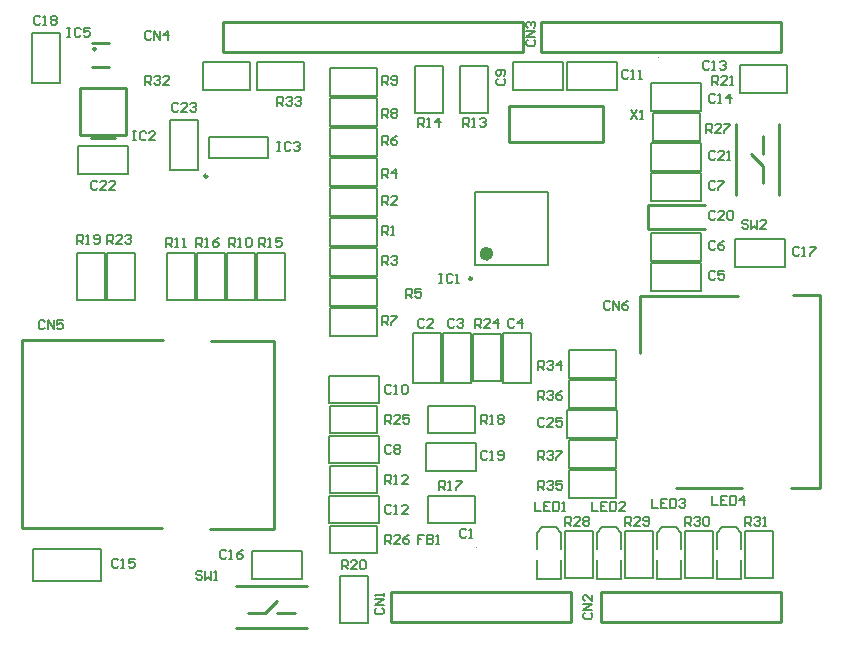
<source format=gto>
G04 Layer_Color=65535*
%FSLAX25Y25*%
%MOIN*%
G70*
G01*
G75*
%ADD31C,0.01000*%
%ADD32C,0.00600*%
%ADD50C,0.00394*%
%ADD51C,0.00984*%
%ADD52C,0.02362*%
%ADD53C,0.00787*%
D31*
X26425Y195968D02*
G03*
X26425Y195968I-394J0D01*
G01*
X255000Y195000D02*
Y205000D01*
X175000Y195000D02*
X255000D01*
X175000D02*
Y205000D01*
X255000D01*
X169000Y195000D02*
Y205000D01*
X69000Y195000D02*
X169000D01*
X69000D02*
Y205000D01*
X169000D01*
X210500Y136000D02*
X229500D01*
X210500D02*
Y144000D01*
X229500D01*
X164094Y165094D02*
Y176906D01*
X195591D01*
Y165094D02*
Y176906D01*
X164094Y165094D02*
X195591D01*
X83031Y8032D02*
X86968Y11969D01*
Y8032D02*
X92874D01*
X77126D02*
X83031D01*
X73189Y17087D02*
X96811D01*
X73189Y2913D02*
X96811D01*
X220000Y49600D02*
X242000D01*
X258100D02*
X258101Y49601D01*
X267741D01*
X267740Y49602D02*
X267741Y49601D01*
X267740Y49602D02*
Y113800D01*
X259000D02*
X267740D01*
X240441Y113759D02*
X240500Y113700D01*
X207900Y113759D02*
X240441D01*
X207900Y94500D02*
Y113759D01*
X125000Y5000D02*
X185000D01*
X125000D02*
Y15000D01*
X185000Y5000D02*
Y15000D01*
X125000D02*
X185000D01*
X195000Y5000D02*
X255000D01*
X195000D02*
Y15000D01*
X255000Y5000D02*
Y15000D01*
X195000D02*
X255000D01*
X245031Y160968D02*
X248969Y157032D01*
Y160968D02*
Y166874D01*
Y151126D02*
Y157032D01*
X239913Y147189D02*
Y170811D01*
X254087Y147189D02*
Y170811D01*
X25244Y197937D02*
X30756D01*
X25244Y190063D02*
X30756D01*
X25063Y166339D02*
X32937D01*
X21126Y167126D02*
Y182874D01*
Y167126D02*
X36480D01*
Y182874D01*
X21126D02*
X36480D01*
X85764Y36004D02*
X86000Y36240D01*
X64685Y36004D02*
X85764D01*
X1748Y36240D02*
X48701D01*
X1748Y98760D02*
X1984Y98996D01*
X48937D01*
X64921Y98760D02*
X86000D01*
X1748Y36240D02*
Y98760D01*
X86000Y36240D02*
Y98760D01*
D32*
X39600Y112200D02*
Y127800D01*
X30400Y112200D02*
Y127800D01*
X39600D01*
X30400Y112200D02*
X39600D01*
X29600D02*
Y127800D01*
X20400Y112200D02*
Y127800D01*
X29600D01*
X20400Y112200D02*
X29600D01*
X69600D02*
Y127800D01*
X60400Y112200D02*
Y127800D01*
X69600D01*
X60400Y112200D02*
X69600D01*
X59600D02*
Y127800D01*
X50400Y112200D02*
Y127800D01*
X59600D01*
X50400Y112200D02*
X59600D01*
X89600D02*
Y127800D01*
X80400Y112200D02*
Y127800D01*
X89600D01*
X80400Y112200D02*
X89600D01*
X79600D02*
Y127800D01*
X70400Y112200D02*
Y127800D01*
X79600D01*
X70400Y112200D02*
X79600D01*
X120800Y77900D02*
Y87100D01*
X104200Y77900D02*
Y87100D01*
Y77900D02*
X120800D01*
X104200Y87100D02*
X120800D01*
X104700Y67900D02*
X120300D01*
X104700Y77100D02*
X120300D01*
Y67900D02*
Y77100D01*
X104700Y67900D02*
Y77100D01*
Y47900D02*
X120300D01*
X104700Y57100D02*
X120300D01*
Y47900D02*
Y57100D01*
X104700Y47900D02*
Y57100D01*
X120800Y37900D02*
Y47100D01*
X104200Y37900D02*
Y47100D01*
Y37900D02*
X120800D01*
X104200Y47100D02*
X120800D01*
X104700Y27900D02*
X120300D01*
X104700Y37100D02*
X120300D01*
Y27900D02*
Y37100D01*
X104700Y27900D02*
Y37100D01*
X137200Y67900D02*
X152800D01*
X137200Y77100D02*
X152800D01*
Y67900D02*
Y77100D01*
X137200Y67900D02*
Y77100D01*
X142400Y101300D02*
X151600D01*
X142400Y84700D02*
X151600D01*
Y101300D01*
X142400Y84700D02*
Y101300D01*
X162400D02*
X171600D01*
X162400Y84700D02*
X171600D01*
Y101300D01*
X162400Y84700D02*
Y101300D01*
X211700Y115400D02*
Y124600D01*
X228300Y115400D02*
Y124600D01*
X211700D02*
X228300D01*
X211700Y115400D02*
X228300D01*
X211700Y125400D02*
Y134600D01*
X228300Y125400D02*
Y134600D01*
X211700D02*
X228300D01*
X211700Y125400D02*
X228300D01*
X211700Y155400D02*
Y164600D01*
X228300Y155400D02*
Y164600D01*
X211700D02*
X228300D01*
X211700Y155400D02*
X228300D01*
X212200Y174600D02*
X227800D01*
X212200Y165400D02*
X227800D01*
X212200D02*
Y174600D01*
X227800Y165400D02*
Y174600D01*
X182300Y182400D02*
Y191600D01*
X165700Y182400D02*
Y191600D01*
Y182400D02*
X182300D01*
X165700Y191600D02*
X182300D01*
X183700Y182400D02*
Y191600D01*
X200300Y182400D02*
Y191600D01*
X183700D02*
X200300D01*
X183700Y182400D02*
X200300D01*
X104700Y180400D02*
X120300D01*
X104700Y189600D02*
X120300D01*
Y180400D02*
Y189600D01*
X104700Y180400D02*
Y189600D01*
Y170400D02*
X120300D01*
X104700Y179600D02*
X120300D01*
Y170400D02*
Y179600D01*
X104700Y170400D02*
Y179600D01*
Y160400D02*
X120300D01*
X104700Y169600D02*
X120300D01*
Y160400D02*
Y169600D01*
X104700Y160400D02*
Y169600D01*
Y150400D02*
X120300D01*
X104700Y159600D02*
X120300D01*
Y150400D02*
Y159600D01*
X104700Y150400D02*
Y159600D01*
Y140400D02*
X120300D01*
X104700Y149600D02*
X120300D01*
Y140400D02*
Y149600D01*
X104700Y140400D02*
Y149600D01*
Y130400D02*
X120300D01*
X104700Y139600D02*
X120300D01*
Y130400D02*
Y139600D01*
X104700Y130400D02*
Y139600D01*
Y120400D02*
X120300D01*
X104700Y129600D02*
X120300D01*
Y120400D02*
Y129600D01*
X104700Y120400D02*
Y129600D01*
Y110400D02*
X120300D01*
X104700Y119600D02*
X120300D01*
Y110400D02*
Y119600D01*
X104700Y110400D02*
Y119600D01*
Y100400D02*
X120300D01*
X104700Y109600D02*
X120300D01*
Y100400D02*
Y109600D01*
X104700Y100400D02*
Y109600D01*
X5700Y18700D02*
Y29300D01*
X28300Y18700D02*
Y29300D01*
X5700D02*
X28300D01*
X5700Y18700D02*
X28300D01*
X95300Y19400D02*
Y28600D01*
X78700Y19400D02*
Y28600D01*
Y19400D02*
X95300D01*
X78700Y28600D02*
X95300D01*
X117100Y4700D02*
Y20300D01*
X107900Y4700D02*
Y20300D01*
X117100D01*
X107900Y4700D02*
X117100D01*
X184200Y55600D02*
X199800D01*
X184200Y46400D02*
X199800D01*
X184200D02*
Y55600D01*
X199800Y46400D02*
Y55600D01*
X184200Y85600D02*
X199800D01*
X184200Y76400D02*
X199800D01*
X184200D02*
Y85600D01*
X199800Y76400D02*
Y85600D01*
X184200Y65600D02*
X199800D01*
X184200Y56400D02*
X199800D01*
X184200D02*
Y65600D01*
X199800Y56400D02*
Y65600D01*
X184200Y95600D02*
X199800D01*
X184200Y86400D02*
X199800D01*
X184200D02*
Y95600D01*
X199800Y86400D02*
Y95600D01*
X200300Y66400D02*
Y75600D01*
X183700Y66400D02*
Y75600D01*
Y66400D02*
X200300D01*
X183700Y75600D02*
X200300D01*
X211700Y145400D02*
Y154600D01*
X228300Y145400D02*
Y154600D01*
X211700D02*
X228300D01*
X211700Y145400D02*
X228300D01*
X211700Y175400D02*
Y184600D01*
X228300Y175400D02*
Y184600D01*
X211700D02*
X228300D01*
X211700Y175400D02*
X228300D01*
X132900Y174700D02*
Y190300D01*
X142100Y174700D02*
Y190300D01*
X132900Y174700D02*
X142100D01*
X132900Y190300D02*
X142100D01*
X120800Y57900D02*
Y67100D01*
X104200Y57900D02*
Y67100D01*
Y57900D02*
X120800D01*
X104200Y67100D02*
X120800D01*
X136700Y55400D02*
Y64600D01*
X153300Y55400D02*
Y64600D01*
X136700D02*
X153300D01*
X136700Y55400D02*
X153300D01*
X147900Y174700D02*
Y190300D01*
X157100Y174700D02*
Y190300D01*
X147900Y174700D02*
X157100D01*
X147900Y190300D02*
X157100D01*
X132400Y101300D02*
X141600D01*
X132400Y84700D02*
X141600D01*
Y101300D01*
X132400Y84700D02*
Y101300D01*
X161600Y85200D02*
Y100800D01*
X152400Y85200D02*
Y100800D01*
X161600D01*
X152400Y85200D02*
X161600D01*
X192100Y19700D02*
Y35300D01*
X182900Y19700D02*
Y35300D01*
X192100D01*
X182900Y19700D02*
X192100D01*
X202900D02*
Y35300D01*
X212100Y19700D02*
Y35300D01*
X202900Y19700D02*
X212100D01*
X202900Y35300D02*
X212100D01*
X222900Y19700D02*
Y35300D01*
X232100Y19700D02*
Y35300D01*
X222900Y19700D02*
X232100D01*
X222900Y35300D02*
X232100D01*
X242900Y19700D02*
Y35300D01*
X252100Y19700D02*
Y35300D01*
X242900Y19700D02*
X252100D01*
X242900Y35300D02*
X252100D01*
X241200Y181400D02*
X256800D01*
X241200Y190600D02*
X256800D01*
Y181400D02*
Y190600D01*
X241200Y181400D02*
Y190600D01*
X239700Y123400D02*
Y132600D01*
X256300Y123400D02*
Y132600D01*
X239700D02*
X256300D01*
X239700Y123400D02*
X256300D01*
X5400Y184700D02*
X14600D01*
X5400Y201300D02*
X14600D01*
X5400Y184700D02*
Y201300D01*
X14600Y184700D02*
Y201300D01*
X37300Y154400D02*
Y163600D01*
X20700Y154400D02*
Y163600D01*
Y154400D02*
X37300D01*
X20700Y163600D02*
X37300D01*
X62200Y191600D02*
X77800D01*
X62200Y182400D02*
X77800D01*
X62200D02*
Y191600D01*
X77800Y182400D02*
Y191600D01*
X80200Y182400D02*
X95800D01*
X80200Y191600D02*
X95800D01*
Y182400D02*
Y191600D01*
X80200Y182400D02*
Y191600D01*
X51400Y172300D02*
X60600D01*
X51400Y155700D02*
X60600D01*
Y172300D01*
X51400Y155700D02*
Y172300D01*
X137200Y37900D02*
X152800D01*
X137200Y47100D02*
X152800D01*
Y37900D02*
Y47100D01*
X137200Y37900D02*
Y47100D01*
X120001Y9499D02*
X119501Y8999D01*
Y8000D01*
X120001Y7500D01*
X122000D01*
X122500Y8000D01*
Y8999D01*
X122000Y9499D01*
X122500Y10499D02*
X119501D01*
X122500Y12498D01*
X119501D01*
X122500Y13498D02*
Y14498D01*
Y13998D01*
X119501D01*
X120001Y13498D01*
X44999Y201499D02*
X44499Y201999D01*
X43500D01*
X43000Y201499D01*
Y199500D01*
X43500Y199000D01*
X44499D01*
X44999Y199500D01*
X45999Y199000D02*
Y201999D01*
X47998Y199000D01*
Y201999D01*
X50498Y199000D02*
Y201999D01*
X48998Y200500D01*
X50997D01*
X189501Y7999D02*
X189001Y7500D01*
Y6500D01*
X189501Y6000D01*
X191500D01*
X192000Y6500D01*
Y7500D01*
X191500Y7999D01*
X192000Y8999D02*
X189001D01*
X192000Y10998D01*
X189001D01*
X192000Y13997D02*
Y11998D01*
X190001Y13997D01*
X189501D01*
X189001Y13498D01*
Y12498D01*
X189501Y11998D01*
X170501Y198999D02*
X170001Y198500D01*
Y197500D01*
X170501Y197000D01*
X172500D01*
X173000Y197500D01*
Y198500D01*
X172500Y198999D01*
X173000Y199999D02*
X170001D01*
X173000Y201998D01*
X170001D01*
X170501Y202998D02*
X170001Y203498D01*
Y204498D01*
X170501Y204997D01*
X171001D01*
X171501Y204498D01*
Y203998D01*
Y204498D01*
X172000Y204997D01*
X172500D01*
X173000Y204498D01*
Y203498D01*
X172500Y202998D01*
X149999Y35499D02*
X149499Y35999D01*
X148500D01*
X148000Y35499D01*
Y33500D01*
X148500Y33000D01*
X149499D01*
X149999Y33500D01*
X150999Y33000D02*
X151999D01*
X151499D01*
Y35999D01*
X150999Y35499D01*
X135999Y105499D02*
X135500Y105999D01*
X134500D01*
X134000Y105499D01*
Y103500D01*
X134500Y103000D01*
X135500D01*
X135999Y103500D01*
X138998Y103000D02*
X136999D01*
X138998Y104999D01*
Y105499D01*
X138499Y105999D01*
X137499D01*
X136999Y105499D01*
X145999D02*
X145500Y105999D01*
X144500D01*
X144000Y105499D01*
Y103500D01*
X144500Y103000D01*
X145500D01*
X145999Y103500D01*
X146999Y105499D02*
X147499Y105999D01*
X148499D01*
X148998Y105499D01*
Y104999D01*
X148499Y104499D01*
X147999D01*
X148499D01*
X148998Y104000D01*
Y103500D01*
X148499Y103000D01*
X147499D01*
X146999Y103500D01*
X165999Y105499D02*
X165499Y105999D01*
X164500D01*
X164000Y105499D01*
Y103500D01*
X164500Y103000D01*
X165499D01*
X165999Y103500D01*
X168499Y103000D02*
Y105999D01*
X166999Y104499D01*
X168998D01*
X232999Y121499D02*
X232500Y121999D01*
X231500D01*
X231000Y121499D01*
Y119500D01*
X231500Y119000D01*
X232500D01*
X232999Y119500D01*
X235998Y121999D02*
X233999D01*
Y120500D01*
X234999Y120999D01*
X235498D01*
X235998Y120500D01*
Y119500D01*
X235498Y119000D01*
X234499D01*
X233999Y119500D01*
X232999Y131499D02*
X232500Y131999D01*
X231500D01*
X231000Y131499D01*
Y129500D01*
X231500Y129000D01*
X232500D01*
X232999Y129500D01*
X235998Y131999D02*
X234999Y131499D01*
X233999Y130499D01*
Y129500D01*
X234499Y129000D01*
X235498D01*
X235998Y129500D01*
Y130000D01*
X235498Y130499D01*
X233999D01*
X232999Y151499D02*
X232500Y151999D01*
X231500D01*
X231000Y151499D01*
Y149500D01*
X231500Y149000D01*
X232500D01*
X232999Y149500D01*
X233999Y151999D02*
X235998D01*
Y151499D01*
X233999Y149500D01*
Y149000D01*
X124999Y63499D02*
X124499Y63999D01*
X123500D01*
X123000Y63499D01*
Y61500D01*
X123500Y61000D01*
X124499D01*
X124999Y61500D01*
X125999Y63499D02*
X126499Y63999D01*
X127499D01*
X127998Y63499D01*
Y62999D01*
X127499Y62499D01*
X127998Y62000D01*
Y61500D01*
X127499Y61000D01*
X126499D01*
X125999Y61500D01*
Y62000D01*
X126499Y62499D01*
X125999Y62999D01*
Y63499D01*
X126499Y62499D02*
X127499D01*
X160501Y185999D02*
X160001Y185500D01*
Y184500D01*
X160501Y184000D01*
X162500D01*
X163000Y184500D01*
Y185500D01*
X162500Y185999D01*
Y186999D02*
X163000Y187499D01*
Y188499D01*
X162500Y188998D01*
X160501D01*
X160001Y188499D01*
Y187499D01*
X160501Y186999D01*
X161001D01*
X161501Y187499D01*
Y188998D01*
X124999Y83499D02*
X124499Y83999D01*
X123500D01*
X123000Y83499D01*
Y81500D01*
X123500Y81000D01*
X124499D01*
X124999Y81500D01*
X125999Y81000D02*
X126999D01*
X126499D01*
Y83999D01*
X125999Y83499D01*
X128498D02*
X128998Y83999D01*
X129998D01*
X130498Y83499D01*
Y81500D01*
X129998Y81000D01*
X128998D01*
X128498Y81500D01*
Y83499D01*
X203999Y188499D02*
X203500Y188999D01*
X202500D01*
X202000Y188499D01*
Y186500D01*
X202500Y186000D01*
X203500D01*
X203999Y186500D01*
X204999Y186000D02*
X205999D01*
X205499D01*
Y188999D01*
X204999Y188499D01*
X207498Y186000D02*
X208498D01*
X207998D01*
Y188999D01*
X207498Y188499D01*
X124999Y43499D02*
X124499Y43999D01*
X123500D01*
X123000Y43499D01*
Y41500D01*
X123500Y41000D01*
X124499D01*
X124999Y41500D01*
X125999Y41000D02*
X126999D01*
X126499D01*
Y43999D01*
X125999Y43499D01*
X130498Y41000D02*
X128498D01*
X130498Y42999D01*
Y43499D01*
X129998Y43999D01*
X128998D01*
X128498Y43499D01*
X230999Y191499D02*
X230500Y191999D01*
X229500D01*
X229000Y191499D01*
Y189500D01*
X229500Y189000D01*
X230500D01*
X230999Y189500D01*
X231999Y189000D02*
X232999D01*
X232499D01*
Y191999D01*
X231999Y191499D01*
X234498D02*
X234998Y191999D01*
X235998D01*
X236498Y191499D01*
Y190999D01*
X235998Y190499D01*
X235498D01*
X235998D01*
X236498Y190000D01*
Y189500D01*
X235998Y189000D01*
X234998D01*
X234498Y189500D01*
X232999Y180499D02*
X232500Y180999D01*
X231500D01*
X231000Y180499D01*
Y178500D01*
X231500Y178000D01*
X232500D01*
X232999Y178500D01*
X233999Y178000D02*
X234999D01*
X234499D01*
Y180999D01*
X233999Y180499D01*
X237998Y178000D02*
Y180999D01*
X236498Y179499D01*
X238498D01*
X33999Y25499D02*
X33500Y25999D01*
X32500D01*
X32000Y25499D01*
Y23500D01*
X32500Y23000D01*
X33500D01*
X33999Y23500D01*
X34999Y23000D02*
X35999D01*
X35499D01*
Y25999D01*
X34999Y25499D01*
X39498Y25999D02*
X37498D01*
Y24499D01*
X38498Y24999D01*
X38998D01*
X39498Y24499D01*
Y23500D01*
X38998Y23000D01*
X37998D01*
X37498Y23500D01*
X69999Y28499D02*
X69499Y28999D01*
X68500D01*
X68000Y28499D01*
Y26500D01*
X68500Y26000D01*
X69499D01*
X69999Y26500D01*
X70999Y26000D02*
X71999D01*
X71499D01*
Y28999D01*
X70999Y28499D01*
X75498Y28999D02*
X74498Y28499D01*
X73498Y27499D01*
Y26500D01*
X73998Y26000D01*
X74998D01*
X75498Y26500D01*
Y27000D01*
X74998Y27499D01*
X73498D01*
X260999Y129499D02*
X260500Y129999D01*
X259500D01*
X259000Y129499D01*
Y127500D01*
X259500Y127000D01*
X260500D01*
X260999Y127500D01*
X261999Y127000D02*
X262999D01*
X262499D01*
Y129999D01*
X261999Y129499D01*
X264498Y129999D02*
X266498D01*
Y129499D01*
X264498Y127500D01*
Y127000D01*
X156999Y61499D02*
X156500Y61999D01*
X155500D01*
X155000Y61499D01*
Y59500D01*
X155500Y59000D01*
X156500D01*
X156999Y59500D01*
X157999Y59000D02*
X158999D01*
X158499D01*
Y61999D01*
X157999Y61499D01*
X160498Y59500D02*
X160998Y59000D01*
X161998D01*
X162498Y59500D01*
Y61499D01*
X161998Y61999D01*
X160998D01*
X160498Y61499D01*
Y60999D01*
X160998Y60500D01*
X162498D01*
X232999Y141499D02*
X232500Y141999D01*
X231500D01*
X231000Y141499D01*
Y139500D01*
X231500Y139000D01*
X232500D01*
X232999Y139500D01*
X235998Y139000D02*
X233999D01*
X235998Y140999D01*
Y141499D01*
X235498Y141999D01*
X234499D01*
X233999Y141499D01*
X236998D02*
X237498Y141999D01*
X238498D01*
X238997Y141499D01*
Y139500D01*
X238498Y139000D01*
X237498D01*
X236998Y139500D01*
Y141499D01*
X232999Y161499D02*
X232500Y161999D01*
X231500D01*
X231000Y161499D01*
Y159500D01*
X231500Y159000D01*
X232500D01*
X232999Y159500D01*
X235998Y159000D02*
X233999D01*
X235998Y160999D01*
Y161499D01*
X235498Y161999D01*
X234499D01*
X233999Y161499D01*
X236998Y159000D02*
X237998D01*
X237498D01*
Y161999D01*
X236998Y161499D01*
X26999Y151499D02*
X26500Y151999D01*
X25500D01*
X25000Y151499D01*
Y149500D01*
X25500Y149000D01*
X26500D01*
X26999Y149500D01*
X29998Y149000D02*
X27999D01*
X29998Y150999D01*
Y151499D01*
X29499Y151999D01*
X28499D01*
X27999Y151499D01*
X32997Y149000D02*
X30998D01*
X32997Y150999D01*
Y151499D01*
X32498Y151999D01*
X31498D01*
X30998Y151499D01*
X53999Y177499D02*
X53500Y177999D01*
X52500D01*
X52000Y177499D01*
Y175500D01*
X52500Y175000D01*
X53500D01*
X53999Y175500D01*
X56998Y175000D02*
X54999D01*
X56998Y176999D01*
Y177499D01*
X56499Y177999D01*
X55499D01*
X54999Y177499D01*
X57998D02*
X58498Y177999D01*
X59498D01*
X59997Y177499D01*
Y176999D01*
X59498Y176499D01*
X58998D01*
X59498D01*
X59997Y176000D01*
Y175500D01*
X59498Y175000D01*
X58498D01*
X57998Y175500D01*
X175999Y72499D02*
X175499Y72999D01*
X174500D01*
X174000Y72499D01*
Y70500D01*
X174500Y70000D01*
X175499D01*
X175999Y70500D01*
X178998Y70000D02*
X176999D01*
X178998Y71999D01*
Y72499D01*
X178499Y72999D01*
X177499D01*
X176999Y72499D01*
X181997Y72999D02*
X179998D01*
Y71500D01*
X180998Y71999D01*
X181498D01*
X181997Y71500D01*
Y70500D01*
X181498Y70000D01*
X180498D01*
X179998Y70500D01*
X9499Y104999D02*
X8999Y105499D01*
X8000D01*
X7500Y104999D01*
Y103000D01*
X8000Y102500D01*
X8999D01*
X9499Y103000D01*
X10499Y102500D02*
Y105499D01*
X12498Y102500D01*
Y105499D01*
X15497D02*
X13498D01*
Y103999D01*
X14498Y104499D01*
X14998D01*
X15497Y103999D01*
Y103000D01*
X14998Y102500D01*
X13998D01*
X13498Y103000D01*
X197999Y111499D02*
X197500Y111999D01*
X196500D01*
X196000Y111499D01*
Y109500D01*
X196500Y109000D01*
X197500D01*
X197999Y109500D01*
X198999Y109000D02*
Y111999D01*
X200998Y109000D01*
Y111999D01*
X203997D02*
X202998Y111499D01*
X201998Y110500D01*
Y109500D01*
X202498Y109000D01*
X203498D01*
X203997Y109500D01*
Y110000D01*
X203498Y110500D01*
X201998D01*
X135999Y33999D02*
X134000D01*
Y32500D01*
X135000D01*
X134000D01*
Y31000D01*
X136999Y33999D02*
Y31000D01*
X138499D01*
X138998Y31500D01*
Y32000D01*
X138499Y32500D01*
X136999D01*
X138499D01*
X138998Y32999D01*
Y33499D01*
X138499Y33999D01*
X136999D01*
X139998Y31000D02*
X140998D01*
X140498D01*
Y33999D01*
X139998Y33499D01*
X141000Y120999D02*
X142000D01*
X141500D01*
Y118000D01*
X141000D01*
X142000D01*
X145499Y120499D02*
X144999Y120999D01*
X143999D01*
X143499Y120499D01*
Y118500D01*
X143999Y118000D01*
X144999D01*
X145499Y118500D01*
X146498Y118000D02*
X147498D01*
X146998D01*
Y120999D01*
X146498Y120499D01*
X38878Y168464D02*
X39878D01*
X39378D01*
Y165465D01*
X38878D01*
X39878D01*
X43377Y167964D02*
X42877Y168464D01*
X41877D01*
X41378Y167964D01*
Y165964D01*
X41877Y165465D01*
X42877D01*
X43377Y165964D01*
X46376Y165465D02*
X44377D01*
X46376Y167464D01*
Y167964D01*
X45876Y168464D01*
X44877D01*
X44377Y167964D01*
X87000Y164999D02*
X88000D01*
X87500D01*
Y162000D01*
X87000D01*
X88000D01*
X91499Y164499D02*
X90999Y164999D01*
X89999D01*
X89499Y164499D01*
Y162500D01*
X89999Y162000D01*
X90999D01*
X91499Y162500D01*
X92498Y164499D02*
X92998Y164999D01*
X93998D01*
X94498Y164499D01*
Y163999D01*
X93998Y163499D01*
X93498D01*
X93998D01*
X94498Y163000D01*
Y162500D01*
X93998Y162000D01*
X92998D01*
X92498Y162500D01*
X173000Y44999D02*
Y42000D01*
X174999D01*
X177998Y44999D02*
X175999D01*
Y42000D01*
X177998D01*
X175999Y43499D02*
X176999D01*
X178998Y44999D02*
Y42000D01*
X180498D01*
X180997Y42500D01*
Y44499D01*
X180498Y44999D01*
X178998D01*
X181997Y42000D02*
X182997D01*
X182497D01*
Y44999D01*
X181997Y44499D01*
X192000Y44999D02*
Y42000D01*
X193999D01*
X196998Y44999D02*
X194999D01*
Y42000D01*
X196998D01*
X194999Y43499D02*
X195999D01*
X197998Y44999D02*
Y42000D01*
X199498D01*
X199997Y42500D01*
Y44499D01*
X199498Y44999D01*
X197998D01*
X202996Y42000D02*
X200997D01*
X202996Y43999D01*
Y44499D01*
X202497Y44999D01*
X201497D01*
X200997Y44499D01*
X212000Y45999D02*
Y43000D01*
X213999D01*
X216998Y45999D02*
X214999D01*
Y43000D01*
X216998D01*
X214999Y44499D02*
X215999D01*
X217998Y45999D02*
Y43000D01*
X219498D01*
X219997Y43500D01*
Y45499D01*
X219498Y45999D01*
X217998D01*
X220997Y45499D02*
X221497Y45999D01*
X222497D01*
X222996Y45499D01*
Y44999D01*
X222497Y44499D01*
X221997D01*
X222497D01*
X222996Y44000D01*
Y43500D01*
X222497Y43000D01*
X221497D01*
X220997Y43500D01*
X232000Y46999D02*
Y44000D01*
X233999D01*
X236998Y46999D02*
X234999D01*
Y44000D01*
X236998D01*
X234999Y45500D02*
X235999D01*
X237998Y46999D02*
Y44000D01*
X239498D01*
X239997Y44500D01*
Y46499D01*
X239498Y46999D01*
X237998D01*
X242497Y44000D02*
Y46999D01*
X240997Y45500D01*
X242996D01*
X122000Y134000D02*
Y136999D01*
X123500D01*
X123999Y136499D01*
Y135500D01*
X123500Y135000D01*
X122000D01*
X123000D02*
X123999Y134000D01*
X124999D02*
X125999D01*
X125499D01*
Y136999D01*
X124999Y136499D01*
X122000Y144000D02*
Y146999D01*
X123500D01*
X123999Y146499D01*
Y145500D01*
X123500Y145000D01*
X122000D01*
X123000D02*
X123999Y144000D01*
X126998D02*
X124999D01*
X126998Y145999D01*
Y146499D01*
X126499Y146999D01*
X125499D01*
X124999Y146499D01*
X122000Y124000D02*
Y126999D01*
X123500D01*
X123999Y126499D01*
Y125499D01*
X123500Y125000D01*
X122000D01*
X123000D02*
X123999Y124000D01*
X124999Y126499D02*
X125499Y126999D01*
X126499D01*
X126998Y126499D01*
Y125999D01*
X126499Y125499D01*
X125999D01*
X126499D01*
X126998Y125000D01*
Y124500D01*
X126499Y124000D01*
X125499D01*
X124999Y124500D01*
X122000Y153000D02*
Y155999D01*
X123500D01*
X123999Y155499D01*
Y154499D01*
X123500Y154000D01*
X122000D01*
X123000D02*
X123999Y153000D01*
X126499D02*
Y155999D01*
X124999Y154499D01*
X126998D01*
X130000Y113000D02*
Y115999D01*
X131500D01*
X131999Y115499D01*
Y114499D01*
X131500Y114000D01*
X130000D01*
X131000D02*
X131999Y113000D01*
X134998Y115999D02*
X132999D01*
Y114499D01*
X133999Y114999D01*
X134499D01*
X134998Y114499D01*
Y113500D01*
X134499Y113000D01*
X133499D01*
X132999Y113500D01*
X122000Y164000D02*
Y166999D01*
X123500D01*
X123999Y166499D01*
Y165499D01*
X123500Y165000D01*
X122000D01*
X123000D02*
X123999Y164000D01*
X126998Y166999D02*
X125999Y166499D01*
X124999Y165499D01*
Y164500D01*
X125499Y164000D01*
X126499D01*
X126998Y164500D01*
Y165000D01*
X126499Y165499D01*
X124999D01*
X122000Y104000D02*
Y106999D01*
X123500D01*
X123999Y106499D01*
Y105499D01*
X123500Y105000D01*
X122000D01*
X123000D02*
X123999Y104000D01*
X124999Y106999D02*
X126998D01*
Y106499D01*
X124999Y104500D01*
Y104000D01*
X122000Y173000D02*
Y175999D01*
X123500D01*
X123999Y175499D01*
Y174499D01*
X123500Y174000D01*
X122000D01*
X123000D02*
X123999Y173000D01*
X124999Y175499D02*
X125499Y175999D01*
X126499D01*
X126998Y175499D01*
Y174999D01*
X126499Y174499D01*
X126998Y174000D01*
Y173500D01*
X126499Y173000D01*
X125499D01*
X124999Y173500D01*
Y174000D01*
X125499Y174499D01*
X124999Y174999D01*
Y175499D01*
X125499Y174499D02*
X126499D01*
X122000Y184000D02*
Y186999D01*
X123500D01*
X123999Y186499D01*
Y185500D01*
X123500Y185000D01*
X122000D01*
X123000D02*
X123999Y184000D01*
X124999Y184500D02*
X125499Y184000D01*
X126499D01*
X126998Y184500D01*
Y186499D01*
X126499Y186999D01*
X125499D01*
X124999Y186499D01*
Y185999D01*
X125499Y185500D01*
X126998D01*
X71000Y130000D02*
Y132999D01*
X72500D01*
X72999Y132499D01*
Y131500D01*
X72500Y131000D01*
X71000D01*
X72000D02*
X72999Y130000D01*
X73999D02*
X74999D01*
X74499D01*
Y132999D01*
X73999Y132499D01*
X76498D02*
X76998Y132999D01*
X77998D01*
X78498Y132499D01*
Y130500D01*
X77998Y130000D01*
X76998D01*
X76498Y130500D01*
Y132499D01*
X50000Y130000D02*
Y132999D01*
X51499D01*
X51999Y132499D01*
Y131500D01*
X51499Y131000D01*
X50000D01*
X51000D02*
X51999Y130000D01*
X52999D02*
X53999D01*
X53499D01*
Y132999D01*
X52999Y132499D01*
X55498Y130000D02*
X56498D01*
X55998D01*
Y132999D01*
X55498Y132499D01*
X123000Y51000D02*
Y53999D01*
X124499D01*
X124999Y53499D01*
Y52500D01*
X124499Y52000D01*
X123000D01*
X124000D02*
X124999Y51000D01*
X125999D02*
X126999D01*
X126499D01*
Y53999D01*
X125999Y53499D01*
X130498Y51000D02*
X128498D01*
X130498Y52999D01*
Y53499D01*
X129998Y53999D01*
X128998D01*
X128498Y53499D01*
X149000Y170000D02*
Y172999D01*
X150499D01*
X150999Y172499D01*
Y171500D01*
X150499Y171000D01*
X149000D01*
X150000D02*
X150999Y170000D01*
X151999D02*
X152999D01*
X152499D01*
Y172999D01*
X151999Y172499D01*
X154498D02*
X154998Y172999D01*
X155998D01*
X156498Y172499D01*
Y171999D01*
X155998Y171500D01*
X155498D01*
X155998D01*
X156498Y171000D01*
Y170500D01*
X155998Y170000D01*
X154998D01*
X154498Y170500D01*
X134000Y170000D02*
Y172999D01*
X135500D01*
X135999Y172499D01*
Y171500D01*
X135500Y171000D01*
X134000D01*
X135000D02*
X135999Y170000D01*
X136999D02*
X137999D01*
X137499D01*
Y172999D01*
X136999Y172499D01*
X140998Y170000D02*
Y172999D01*
X139498Y171500D01*
X141498D01*
X81000Y130000D02*
Y132999D01*
X82499D01*
X82999Y132499D01*
Y131500D01*
X82499Y131000D01*
X81000D01*
X82000D02*
X82999Y130000D01*
X83999D02*
X84999D01*
X84499D01*
Y132999D01*
X83999Y132499D01*
X88498Y132999D02*
X86498D01*
Y131500D01*
X87498Y131999D01*
X87998D01*
X88498Y131500D01*
Y130500D01*
X87998Y130000D01*
X86998D01*
X86498Y130500D01*
X60000Y130000D02*
Y132999D01*
X61500D01*
X61999Y132499D01*
Y131500D01*
X61500Y131000D01*
X60000D01*
X61000D02*
X61999Y130000D01*
X62999D02*
X63999D01*
X63499D01*
Y132999D01*
X62999Y132499D01*
X67498Y132999D02*
X66498Y132499D01*
X65498Y131500D01*
Y130500D01*
X65998Y130000D01*
X66998D01*
X67498Y130500D01*
Y131000D01*
X66998Y131500D01*
X65498D01*
X141000Y49000D02*
Y51999D01*
X142499D01*
X142999Y51499D01*
Y50499D01*
X142499Y50000D01*
X141000D01*
X142000D02*
X142999Y49000D01*
X143999D02*
X144999D01*
X144499D01*
Y51999D01*
X143999Y51499D01*
X146498Y51999D02*
X148498D01*
Y51499D01*
X146498Y49500D01*
Y49000D01*
X155000Y71000D02*
Y73999D01*
X156500D01*
X156999Y73499D01*
Y72500D01*
X156500Y72000D01*
X155000D01*
X156000D02*
X156999Y71000D01*
X157999D02*
X158999D01*
X158499D01*
Y73999D01*
X157999Y73499D01*
X160498D02*
X160998Y73999D01*
X161998D01*
X162498Y73499D01*
Y72999D01*
X161998Y72500D01*
X162498Y72000D01*
Y71500D01*
X161998Y71000D01*
X160998D01*
X160498Y71500D01*
Y72000D01*
X160998Y72500D01*
X160498Y72999D01*
Y73499D01*
X160998Y72500D02*
X161998D01*
X20400Y131000D02*
Y133999D01*
X21900D01*
X22399Y133499D01*
Y132500D01*
X21900Y132000D01*
X20400D01*
X21400D02*
X22399Y131000D01*
X23399D02*
X24399D01*
X23899D01*
Y133999D01*
X23399Y133499D01*
X25898Y131500D02*
X26398Y131000D01*
X27398D01*
X27898Y131500D01*
Y133499D01*
X27398Y133999D01*
X26398D01*
X25898Y133499D01*
Y132999D01*
X26398Y132500D01*
X27898D01*
X108500Y22500D02*
Y25499D01*
X110000D01*
X110499Y24999D01*
Y24000D01*
X110000Y23500D01*
X108500D01*
X109500D02*
X110499Y22500D01*
X113498D02*
X111499D01*
X113498Y24499D01*
Y24999D01*
X112999Y25499D01*
X111999D01*
X111499Y24999D01*
X114498D02*
X114998Y25499D01*
X115998D01*
X116497Y24999D01*
Y23000D01*
X115998Y22500D01*
X114998D01*
X114498Y23000D01*
Y24999D01*
X232000Y184000D02*
Y186999D01*
X233500D01*
X233999Y186499D01*
Y185500D01*
X233500Y185000D01*
X232000D01*
X233000D02*
X233999Y184000D01*
X236998D02*
X234999D01*
X236998Y185999D01*
Y186499D01*
X236498Y186999D01*
X235499D01*
X234999Y186499D01*
X237998Y184000D02*
X238998D01*
X238498D01*
Y186999D01*
X237998Y186499D01*
X30400Y131000D02*
Y133999D01*
X31899D01*
X32399Y133499D01*
Y132500D01*
X31899Y132000D01*
X30400D01*
X31400D02*
X32399Y131000D01*
X35398D02*
X33399D01*
X35398Y132999D01*
Y133499D01*
X34899Y133999D01*
X33899D01*
X33399Y133499D01*
X36398D02*
X36898Y133999D01*
X37898D01*
X38397Y133499D01*
Y132999D01*
X37898Y132500D01*
X37398D01*
X37898D01*
X38397Y132000D01*
Y131500D01*
X37898Y131000D01*
X36898D01*
X36398Y131500D01*
X153000Y103000D02*
Y105999D01*
X154499D01*
X154999Y105499D01*
Y104499D01*
X154499Y104000D01*
X153000D01*
X154000D02*
X154999Y103000D01*
X157998D02*
X155999D01*
X157998Y104999D01*
Y105499D01*
X157499Y105999D01*
X156499D01*
X155999Y105499D01*
X160498Y103000D02*
Y105999D01*
X158998Y104499D01*
X160997D01*
X123000Y71000D02*
Y73999D01*
X124499D01*
X124999Y73499D01*
Y72500D01*
X124499Y72000D01*
X123000D01*
X124000D02*
X124999Y71000D01*
X127998D02*
X125999D01*
X127998Y72999D01*
Y73499D01*
X127499Y73999D01*
X126499D01*
X125999Y73499D01*
X130997Y73999D02*
X128998D01*
Y72500D01*
X129998Y72999D01*
X130498D01*
X130997Y72500D01*
Y71500D01*
X130498Y71000D01*
X129498D01*
X128998Y71500D01*
X123000Y31000D02*
Y33999D01*
X124499D01*
X124999Y33499D01*
Y32500D01*
X124499Y32000D01*
X123000D01*
X124000D02*
X124999Y31000D01*
X127998D02*
X125999D01*
X127998Y32999D01*
Y33499D01*
X127499Y33999D01*
X126499D01*
X125999Y33499D01*
X130997Y33999D02*
X129998Y33499D01*
X128998Y32500D01*
Y31500D01*
X129498Y31000D01*
X130498D01*
X130997Y31500D01*
Y32000D01*
X130498Y32500D01*
X128998D01*
X230000Y168000D02*
Y170999D01*
X231500D01*
X231999Y170499D01*
Y169500D01*
X231500Y169000D01*
X230000D01*
X231000D02*
X231999Y168000D01*
X234998D02*
X232999D01*
X234998Y169999D01*
Y170499D01*
X234499Y170999D01*
X233499D01*
X232999Y170499D01*
X235998Y170999D02*
X237997D01*
Y170499D01*
X235998Y168500D01*
Y168000D01*
X183000Y37000D02*
Y39999D01*
X184500D01*
X184999Y39499D01*
Y38500D01*
X184500Y38000D01*
X183000D01*
X184000D02*
X184999Y37000D01*
X187998D02*
X185999D01*
X187998Y38999D01*
Y39499D01*
X187499Y39999D01*
X186499D01*
X185999Y39499D01*
X188998D02*
X189498Y39999D01*
X190498D01*
X190997Y39499D01*
Y38999D01*
X190498Y38500D01*
X190997Y38000D01*
Y37500D01*
X190498Y37000D01*
X189498D01*
X188998Y37500D01*
Y38000D01*
X189498Y38500D01*
X188998Y38999D01*
Y39499D01*
X189498Y38500D02*
X190498D01*
X203000Y37000D02*
Y39999D01*
X204500D01*
X204999Y39499D01*
Y38500D01*
X204500Y38000D01*
X203000D01*
X204000D02*
X204999Y37000D01*
X207998D02*
X205999D01*
X207998Y38999D01*
Y39499D01*
X207499Y39999D01*
X206499D01*
X205999Y39499D01*
X208998Y37500D02*
X209498Y37000D01*
X210498D01*
X210997Y37500D01*
Y39499D01*
X210498Y39999D01*
X209498D01*
X208998Y39499D01*
Y38999D01*
X209498Y38500D01*
X210997D01*
X223000Y37000D02*
Y39999D01*
X224500D01*
X224999Y39499D01*
Y38500D01*
X224500Y38000D01*
X223000D01*
X224000D02*
X224999Y37000D01*
X225999Y39499D02*
X226499Y39999D01*
X227499D01*
X227998Y39499D01*
Y38999D01*
X227499Y38500D01*
X226999D01*
X227499D01*
X227998Y38000D01*
Y37500D01*
X227499Y37000D01*
X226499D01*
X225999Y37500D01*
X228998Y39499D02*
X229498Y39999D01*
X230498D01*
X230997Y39499D01*
Y37500D01*
X230498Y37000D01*
X229498D01*
X228998Y37500D01*
Y39499D01*
X243000Y37000D02*
Y39999D01*
X244499D01*
X244999Y39499D01*
Y38500D01*
X244499Y38000D01*
X243000D01*
X244000D02*
X244999Y37000D01*
X245999Y39499D02*
X246499Y39999D01*
X247498D01*
X247998Y39499D01*
Y38999D01*
X247498Y38500D01*
X246999D01*
X247498D01*
X247998Y38000D01*
Y37500D01*
X247498Y37000D01*
X246499D01*
X245999Y37500D01*
X248998Y37000D02*
X249998D01*
X249498D01*
Y39999D01*
X248998Y39499D01*
X43000Y184000D02*
Y186999D01*
X44499D01*
X44999Y186499D01*
Y185500D01*
X44499Y185000D01*
X43000D01*
X44000D02*
X44999Y184000D01*
X45999Y186499D02*
X46499Y186999D01*
X47499D01*
X47998Y186499D01*
Y185999D01*
X47499Y185500D01*
X46999D01*
X47499D01*
X47998Y185000D01*
Y184500D01*
X47499Y184000D01*
X46499D01*
X45999Y184500D01*
X50997Y184000D02*
X48998D01*
X50997Y185999D01*
Y186499D01*
X50498Y186999D01*
X49498D01*
X48998Y186499D01*
X87000Y177000D02*
Y179999D01*
X88499D01*
X88999Y179499D01*
Y178499D01*
X88499Y178000D01*
X87000D01*
X88000D02*
X88999Y177000D01*
X89999Y179499D02*
X90499Y179999D01*
X91499D01*
X91998Y179499D01*
Y178999D01*
X91499Y178499D01*
X90999D01*
X91499D01*
X91998Y178000D01*
Y177500D01*
X91499Y177000D01*
X90499D01*
X89999Y177500D01*
X92998Y179499D02*
X93498Y179999D01*
X94498D01*
X94997Y179499D01*
Y178999D01*
X94498Y178499D01*
X93998D01*
X94498D01*
X94997Y178000D01*
Y177500D01*
X94498Y177000D01*
X93498D01*
X92998Y177500D01*
X174000Y89000D02*
Y91999D01*
X175499D01*
X175999Y91499D01*
Y90500D01*
X175499Y90000D01*
X174000D01*
X175000D02*
X175999Y89000D01*
X176999Y91499D02*
X177499Y91999D01*
X178499D01*
X178998Y91499D01*
Y90999D01*
X178499Y90500D01*
X177999D01*
X178499D01*
X178998Y90000D01*
Y89500D01*
X178499Y89000D01*
X177499D01*
X176999Y89500D01*
X181498Y89000D02*
Y91999D01*
X179998Y90500D01*
X181997D01*
X174000Y49000D02*
Y51999D01*
X175499D01*
X175999Y51499D01*
Y50499D01*
X175499Y50000D01*
X174000D01*
X175000D02*
X175999Y49000D01*
X176999Y51499D02*
X177499Y51999D01*
X178499D01*
X178998Y51499D01*
Y50999D01*
X178499Y50499D01*
X177999D01*
X178499D01*
X178998Y50000D01*
Y49500D01*
X178499Y49000D01*
X177499D01*
X176999Y49500D01*
X181997Y51999D02*
X179998D01*
Y50499D01*
X180998Y50999D01*
X181498D01*
X181997Y50499D01*
Y49500D01*
X181498Y49000D01*
X180498D01*
X179998Y49500D01*
X174000Y79000D02*
Y81999D01*
X175499D01*
X175999Y81499D01*
Y80500D01*
X175499Y80000D01*
X174000D01*
X175000D02*
X175999Y79000D01*
X176999Y81499D02*
X177499Y81999D01*
X178499D01*
X178998Y81499D01*
Y80999D01*
X178499Y80500D01*
X177999D01*
X178499D01*
X178998Y80000D01*
Y79500D01*
X178499Y79000D01*
X177499D01*
X176999Y79500D01*
X181997Y81999D02*
X180998Y81499D01*
X179998Y80500D01*
Y79500D01*
X180498Y79000D01*
X181498D01*
X181997Y79500D01*
Y80000D01*
X181498Y80500D01*
X179998D01*
X174000Y59000D02*
Y61999D01*
X175499D01*
X175999Y61499D01*
Y60500D01*
X175499Y60000D01*
X174000D01*
X175000D02*
X175999Y59000D01*
X176999Y61499D02*
X177499Y61999D01*
X178499D01*
X178998Y61499D01*
Y60999D01*
X178499Y60500D01*
X177999D01*
X178499D01*
X178998Y60000D01*
Y59500D01*
X178499Y59000D01*
X177499D01*
X176999Y59500D01*
X179998Y61999D02*
X181997D01*
Y61499D01*
X179998Y59500D01*
Y59000D01*
X61999Y21499D02*
X61500Y21999D01*
X60500D01*
X60000Y21499D01*
Y20999D01*
X60500Y20500D01*
X61500D01*
X61999Y20000D01*
Y19500D01*
X61500Y19000D01*
X60500D01*
X60000Y19500D01*
X62999Y21999D02*
Y19000D01*
X63999Y20000D01*
X64998Y19000D01*
Y21999D01*
X65998Y19000D02*
X66998D01*
X66498D01*
Y21999D01*
X65998Y21499D01*
X243999Y138499D02*
X243499Y138999D01*
X242500D01*
X242000Y138499D01*
Y137999D01*
X242500Y137499D01*
X243499D01*
X243999Y137000D01*
Y136500D01*
X243499Y136000D01*
X242500D01*
X242000Y136500D01*
X244999Y138999D02*
Y136000D01*
X245999Y137000D01*
X246998Y136000D01*
Y138999D01*
X249997Y136000D02*
X247998D01*
X249997Y137999D01*
Y138499D01*
X249498Y138999D01*
X248498D01*
X247998Y138499D01*
X205000Y175499D02*
X206999Y172500D01*
Y175499D02*
X205000Y172500D01*
X207999D02*
X208999D01*
X208499D01*
Y175499D01*
X207999Y174999D01*
X7999Y206499D02*
X7500Y206999D01*
X6500D01*
X6000Y206499D01*
Y204500D01*
X6500Y204000D01*
X7500D01*
X7999Y204500D01*
X8999Y204000D02*
X9999D01*
X9499D01*
Y206999D01*
X8999Y206499D01*
X11498D02*
X11998Y206999D01*
X12998D01*
X13498Y206499D01*
Y205999D01*
X12998Y205500D01*
X13498Y205000D01*
Y204500D01*
X12998Y204000D01*
X11998D01*
X11498Y204500D01*
Y205000D01*
X11998Y205500D01*
X11498Y205999D01*
Y206499D01*
X11998Y205500D02*
X12998D01*
X17000Y202999D02*
X18000D01*
X17500D01*
Y200000D01*
X17000D01*
X18000D01*
X21498Y202499D02*
X20999Y202999D01*
X19999D01*
X19499Y202499D01*
Y200500D01*
X19999Y200000D01*
X20999D01*
X21498Y200500D01*
X24498Y202999D02*
X22498D01*
Y201500D01*
X23498Y201999D01*
X23998D01*
X24498Y201500D01*
Y200500D01*
X23998Y200000D01*
X22998D01*
X22498Y200500D01*
D50*
X214291Y193248D02*
G03*
X214291Y193248I-197J0D01*
G01*
X153445Y29906D02*
G03*
X153445Y29906I-197J0D01*
G01*
D51*
X151909Y119465D02*
G03*
X151909Y119465I-492J0D01*
G01*
X63646Y153551D02*
G03*
X63646Y153551I-492J0D01*
G01*
D52*
X157913Y127732D02*
G03*
X157913Y127732I-1181J0D01*
G01*
D53*
X152795Y123795D02*
X177205D01*
X152795Y148205D02*
X177205D01*
X152795Y123795D02*
Y148205D01*
X177205Y123795D02*
Y148205D01*
X173562Y29273D02*
Y34784D01*
X179862Y36753D02*
X181436Y34784D01*
X173562D02*
X175137Y36753D01*
X181436Y29273D02*
Y34784D01*
X175137Y36753D02*
X179862D01*
X173562Y19430D02*
X181436D01*
X173562D02*
Y25729D01*
X181436Y19430D02*
Y25729D01*
X193562Y29273D02*
Y34784D01*
X199862Y36753D02*
X201436Y34784D01*
X193562D02*
X195137Y36753D01*
X201436Y29273D02*
Y34784D01*
X195137Y36753D02*
X199862D01*
X193562Y19430D02*
X201436D01*
X193562D02*
Y25729D01*
X201436Y19430D02*
Y25729D01*
X213562Y29273D02*
Y34784D01*
X219862Y36753D02*
X221436Y34784D01*
X213562D02*
X215137Y36753D01*
X221436Y29273D02*
Y34784D01*
X215137Y36753D02*
X219862D01*
X213562Y19430D02*
X221436D01*
X213562D02*
Y25729D01*
X221436Y19430D02*
Y25729D01*
X233562Y29273D02*
Y34784D01*
X239862Y36753D02*
X241436Y34784D01*
X233562D02*
X235137Y36753D01*
X241436Y29273D02*
Y34784D01*
X235137Y36753D02*
X239862D01*
X233562Y19430D02*
X241436D01*
X233562D02*
Y25729D01*
X241436Y19430D02*
Y25729D01*
X83842Y159457D02*
Y166543D01*
X64157Y159457D02*
Y166543D01*
X83842D01*
X64157Y159457D02*
X83842D01*
M02*

</source>
